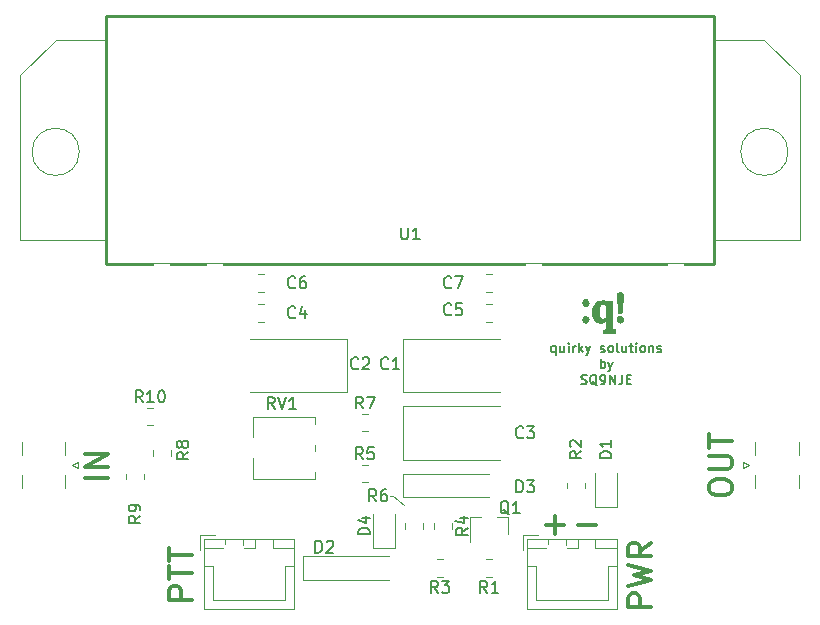
<source format=gto>
G04 #@! TF.GenerationSoftware,KiCad,Pcbnew,5.1.10-88a1d61d58~90~ubuntu21.04.1*
G04 #@! TF.CreationDate,2021-09-19T17:29:36+02:00*
G04 #@! TF.ProjectId,23cm_PA,3233636d-5f50-4412-9e6b-696361645f70,rev?*
G04 #@! TF.SameCoordinates,Original*
G04 #@! TF.FileFunction,Legend,Top*
G04 #@! TF.FilePolarity,Positive*
%FSLAX46Y46*%
G04 Gerber Fmt 4.6, Leading zero omitted, Abs format (unit mm)*
G04 Created by KiCad (PCBNEW 5.1.10-88a1d61d58~90~ubuntu21.04.1) date 2021-09-19 17:29:36*
%MOMM*%
%LPD*%
G01*
G04 APERTURE LIST*
%ADD10C,0.150000*%
%ADD11C,0.300000*%
%ADD12C,0.120000*%
%ADD13C,0.010000*%
%ADD14C,0.250000*%
%ADD15R,1.300000X1.300000*%
%ADD16R,2.000000X1.300000*%
%ADD17R,1.460000X10.000000*%
%ADD18R,3.300000X1.700000*%
%ADD19C,6.400000*%
%ADD20C,3.600000*%
%ADD21R,0.800000X0.900000*%
%ADD22R,3.600000X1.270000*%
%ADD23R,4.200000X1.350000*%
%ADD24O,1.700000X4.000000*%
G04 APERTURE END LIST*
D10*
X145320285Y-106936571D02*
X145320285Y-107736571D01*
X145320285Y-107431809D02*
X145244095Y-107469904D01*
X145091714Y-107469904D01*
X145015523Y-107431809D01*
X144977428Y-107393714D01*
X144939333Y-107317523D01*
X144939333Y-107088952D01*
X144977428Y-107012761D01*
X145015523Y-106974666D01*
X145091714Y-106936571D01*
X145244095Y-106936571D01*
X145320285Y-106974666D01*
X146044095Y-106936571D02*
X146044095Y-107469904D01*
X145701238Y-106936571D02*
X145701238Y-107355619D01*
X145739333Y-107431809D01*
X145815523Y-107469904D01*
X145929809Y-107469904D01*
X146006000Y-107431809D01*
X146044095Y-107393714D01*
X146425047Y-107469904D02*
X146425047Y-106936571D01*
X146425047Y-106669904D02*
X146386952Y-106708000D01*
X146425047Y-106746095D01*
X146463142Y-106708000D01*
X146425047Y-106669904D01*
X146425047Y-106746095D01*
X146806000Y-107469904D02*
X146806000Y-106936571D01*
X146806000Y-107088952D02*
X146844095Y-107012761D01*
X146882190Y-106974666D01*
X146958380Y-106936571D01*
X147034571Y-106936571D01*
X147301238Y-107469904D02*
X147301238Y-106669904D01*
X147377428Y-107165142D02*
X147606000Y-107469904D01*
X147606000Y-106936571D02*
X147301238Y-107241333D01*
X147872666Y-106936571D02*
X148063142Y-107469904D01*
X148253619Y-106936571D02*
X148063142Y-107469904D01*
X147986952Y-107660380D01*
X147948857Y-107698476D01*
X147872666Y-107736571D01*
X149129809Y-107431809D02*
X149206000Y-107469904D01*
X149358380Y-107469904D01*
X149434571Y-107431809D01*
X149472666Y-107355619D01*
X149472666Y-107317523D01*
X149434571Y-107241333D01*
X149358380Y-107203238D01*
X149244095Y-107203238D01*
X149167904Y-107165142D01*
X149129809Y-107088952D01*
X149129809Y-107050857D01*
X149167904Y-106974666D01*
X149244095Y-106936571D01*
X149358380Y-106936571D01*
X149434571Y-106974666D01*
X149929809Y-107469904D02*
X149853619Y-107431809D01*
X149815523Y-107393714D01*
X149777428Y-107317523D01*
X149777428Y-107088952D01*
X149815523Y-107012761D01*
X149853619Y-106974666D01*
X149929809Y-106936571D01*
X150044095Y-106936571D01*
X150120285Y-106974666D01*
X150158380Y-107012761D01*
X150196476Y-107088952D01*
X150196476Y-107317523D01*
X150158380Y-107393714D01*
X150120285Y-107431809D01*
X150044095Y-107469904D01*
X149929809Y-107469904D01*
X150653619Y-107469904D02*
X150577428Y-107431809D01*
X150539333Y-107355619D01*
X150539333Y-106669904D01*
X151301238Y-106936571D02*
X151301238Y-107469904D01*
X150958380Y-106936571D02*
X150958380Y-107355619D01*
X150996476Y-107431809D01*
X151072666Y-107469904D01*
X151186952Y-107469904D01*
X151263142Y-107431809D01*
X151301238Y-107393714D01*
X151567904Y-106936571D02*
X151872666Y-106936571D01*
X151682190Y-106669904D02*
X151682190Y-107355619D01*
X151720285Y-107431809D01*
X151796476Y-107469904D01*
X151872666Y-107469904D01*
X152139333Y-107469904D02*
X152139333Y-106936571D01*
X152139333Y-106669904D02*
X152101238Y-106708000D01*
X152139333Y-106746095D01*
X152177428Y-106708000D01*
X152139333Y-106669904D01*
X152139333Y-106746095D01*
X152634571Y-107469904D02*
X152558380Y-107431809D01*
X152520285Y-107393714D01*
X152482190Y-107317523D01*
X152482190Y-107088952D01*
X152520285Y-107012761D01*
X152558380Y-106974666D01*
X152634571Y-106936571D01*
X152748857Y-106936571D01*
X152825047Y-106974666D01*
X152863142Y-107012761D01*
X152901238Y-107088952D01*
X152901238Y-107317523D01*
X152863142Y-107393714D01*
X152825047Y-107431809D01*
X152748857Y-107469904D01*
X152634571Y-107469904D01*
X153244095Y-106936571D02*
X153244095Y-107469904D01*
X153244095Y-107012761D02*
X153282190Y-106974666D01*
X153358380Y-106936571D01*
X153472666Y-106936571D01*
X153548857Y-106974666D01*
X153586952Y-107050857D01*
X153586952Y-107469904D01*
X153929809Y-107431809D02*
X154006000Y-107469904D01*
X154158380Y-107469904D01*
X154234571Y-107431809D01*
X154272666Y-107355619D01*
X154272666Y-107317523D01*
X154234571Y-107241333D01*
X154158380Y-107203238D01*
X154044095Y-107203238D01*
X153967904Y-107165142D01*
X153929809Y-107088952D01*
X153929809Y-107050857D01*
X153967904Y-106974666D01*
X154044095Y-106936571D01*
X154158380Y-106936571D01*
X154234571Y-106974666D01*
X149129809Y-108819904D02*
X149129809Y-108019904D01*
X149129809Y-108324666D02*
X149206000Y-108286571D01*
X149358380Y-108286571D01*
X149434571Y-108324666D01*
X149472666Y-108362761D01*
X149510761Y-108438952D01*
X149510761Y-108667523D01*
X149472666Y-108743714D01*
X149434571Y-108781809D01*
X149358380Y-108819904D01*
X149206000Y-108819904D01*
X149129809Y-108781809D01*
X149777428Y-108286571D02*
X149967904Y-108819904D01*
X150158380Y-108286571D02*
X149967904Y-108819904D01*
X149891714Y-109010380D01*
X149853619Y-109048476D01*
X149777428Y-109086571D01*
X147491714Y-110131809D02*
X147606000Y-110169904D01*
X147796476Y-110169904D01*
X147872666Y-110131809D01*
X147910761Y-110093714D01*
X147948857Y-110017523D01*
X147948857Y-109941333D01*
X147910761Y-109865142D01*
X147872666Y-109827047D01*
X147796476Y-109788952D01*
X147644095Y-109750857D01*
X147567904Y-109712761D01*
X147529809Y-109674666D01*
X147491714Y-109598476D01*
X147491714Y-109522285D01*
X147529809Y-109446095D01*
X147567904Y-109408000D01*
X147644095Y-109369904D01*
X147834571Y-109369904D01*
X147948857Y-109408000D01*
X148825047Y-110246095D02*
X148748857Y-110208000D01*
X148672666Y-110131809D01*
X148558380Y-110017523D01*
X148482190Y-109979428D01*
X148406000Y-109979428D01*
X148444095Y-110169904D02*
X148367904Y-110131809D01*
X148291714Y-110055619D01*
X148253619Y-109903238D01*
X148253619Y-109636571D01*
X148291714Y-109484190D01*
X148367904Y-109408000D01*
X148444095Y-109369904D01*
X148596476Y-109369904D01*
X148672666Y-109408000D01*
X148748857Y-109484190D01*
X148786952Y-109636571D01*
X148786952Y-109903238D01*
X148748857Y-110055619D01*
X148672666Y-110131809D01*
X148596476Y-110169904D01*
X148444095Y-110169904D01*
X149167904Y-110169904D02*
X149320285Y-110169904D01*
X149396476Y-110131809D01*
X149434571Y-110093714D01*
X149510761Y-109979428D01*
X149548857Y-109827047D01*
X149548857Y-109522285D01*
X149510761Y-109446095D01*
X149472666Y-109408000D01*
X149396476Y-109369904D01*
X149244095Y-109369904D01*
X149167904Y-109408000D01*
X149129809Y-109446095D01*
X149091714Y-109522285D01*
X149091714Y-109712761D01*
X149129809Y-109788952D01*
X149167904Y-109827047D01*
X149244095Y-109865142D01*
X149396476Y-109865142D01*
X149472666Y-109827047D01*
X149510761Y-109788952D01*
X149548857Y-109712761D01*
X149891714Y-110169904D02*
X149891714Y-109369904D01*
X150348857Y-110169904D01*
X150348857Y-109369904D01*
X150958380Y-109369904D02*
X150958380Y-109941333D01*
X150920285Y-110055619D01*
X150844095Y-110131809D01*
X150729809Y-110169904D01*
X150653619Y-110169904D01*
X151339333Y-109750857D02*
X151606000Y-109750857D01*
X151720285Y-110169904D02*
X151339333Y-110169904D01*
X151339333Y-109369904D01*
X151720285Y-109369904D01*
D11*
X147193095Y-122062857D02*
X148716904Y-122062857D01*
X144526095Y-122062857D02*
X146049904Y-122062857D01*
X145288000Y-122824761D02*
X145288000Y-121300952D01*
X153431761Y-129031666D02*
X151431761Y-129031666D01*
X151431761Y-128269761D01*
X151527000Y-128079285D01*
X151622238Y-127984047D01*
X151812714Y-127888809D01*
X152098428Y-127888809D01*
X152288904Y-127984047D01*
X152384142Y-128079285D01*
X152479380Y-128269761D01*
X152479380Y-129031666D01*
X151431761Y-127222142D02*
X153431761Y-126745952D01*
X152003190Y-126365000D01*
X153431761Y-125984047D01*
X151431761Y-125507857D01*
X153431761Y-123603095D02*
X152479380Y-124269761D01*
X153431761Y-124745952D02*
X151431761Y-124745952D01*
X151431761Y-123984047D01*
X151527000Y-123793571D01*
X151622238Y-123698333D01*
X151812714Y-123603095D01*
X152098428Y-123603095D01*
X152288904Y-123698333D01*
X152384142Y-123793571D01*
X152479380Y-123984047D01*
X152479380Y-124745952D01*
X114569761Y-128412619D02*
X112569761Y-128412619D01*
X112569761Y-127650714D01*
X112665000Y-127460238D01*
X112760238Y-127365000D01*
X112950714Y-127269761D01*
X113236428Y-127269761D01*
X113426904Y-127365000D01*
X113522142Y-127460238D01*
X113617380Y-127650714D01*
X113617380Y-128412619D01*
X112569761Y-126698333D02*
X112569761Y-125555476D01*
X114569761Y-126126904D02*
X112569761Y-126126904D01*
X112569761Y-125174523D02*
X112569761Y-124031666D01*
X114569761Y-124603095D02*
X112569761Y-124603095D01*
X107457761Y-118141619D02*
X105457761Y-118141619D01*
X107457761Y-117189238D02*
X105457761Y-117189238D01*
X107457761Y-116046380D01*
X105457761Y-116046380D01*
X158289761Y-119094000D02*
X158289761Y-118713047D01*
X158385000Y-118522571D01*
X158575476Y-118332095D01*
X158956428Y-118236857D01*
X159623095Y-118236857D01*
X160004047Y-118332095D01*
X160194523Y-118522571D01*
X160289761Y-118713047D01*
X160289761Y-119094000D01*
X160194523Y-119284476D01*
X160004047Y-119474952D01*
X159623095Y-119570190D01*
X158956428Y-119570190D01*
X158575476Y-119474952D01*
X158385000Y-119284476D01*
X158289761Y-119094000D01*
X158289761Y-117379714D02*
X159908809Y-117379714D01*
X160099285Y-117284476D01*
X160194523Y-117189238D01*
X160289761Y-116998761D01*
X160289761Y-116617809D01*
X160194523Y-116427333D01*
X160099285Y-116332095D01*
X159908809Y-116236857D01*
X158289761Y-116236857D01*
X158289761Y-115570190D02*
X158289761Y-114427333D01*
X160289761Y-114998761D02*
X158289761Y-114998761D01*
D12*
X131572000Y-119634000D02*
X131318000Y-119634000D01*
X131572000Y-119634000D02*
X132461000Y-120396000D01*
D13*
G36*
X147952309Y-102999310D02*
G01*
X148024532Y-103045079D01*
X148079180Y-103112578D01*
X148112330Y-103195075D01*
X148120059Y-103285834D01*
X148098443Y-103378122D01*
X148043559Y-103465205D01*
X148042566Y-103466322D01*
X147971785Y-103517264D01*
X147882501Y-103542711D01*
X147790640Y-103540365D01*
X147719474Y-103512948D01*
X147647298Y-103444188D01*
X147605993Y-103357351D01*
X147594608Y-103261944D01*
X147612189Y-103167473D01*
X147657787Y-103083443D01*
X147730450Y-103019361D01*
X147770831Y-102999903D01*
X147866434Y-102982007D01*
X147952309Y-102999310D01*
G37*
X147952309Y-102999310D02*
X148024532Y-103045079D01*
X148079180Y-103112578D01*
X148112330Y-103195075D01*
X148120059Y-103285834D01*
X148098443Y-103378122D01*
X148043559Y-103465205D01*
X148042566Y-103466322D01*
X147971785Y-103517264D01*
X147882501Y-103542711D01*
X147790640Y-103540365D01*
X147719474Y-103512948D01*
X147647298Y-103444188D01*
X147605993Y-103357351D01*
X147594608Y-103261944D01*
X147612189Y-103167473D01*
X147657787Y-103083443D01*
X147730450Y-103019361D01*
X147770831Y-102999903D01*
X147866434Y-102982007D01*
X147952309Y-102999310D01*
G36*
X150887315Y-102394690D02*
G01*
X150957010Y-102447812D01*
X150984972Y-102488669D01*
X150999544Y-102520193D01*
X151010511Y-102556179D01*
X151017808Y-102601052D01*
X151021367Y-102659238D01*
X151021121Y-102735162D01*
X151017003Y-102833251D01*
X151008947Y-102957930D01*
X150996884Y-103113625D01*
X150980749Y-103304762D01*
X150970919Y-103417448D01*
X150953805Y-103614920D01*
X150940007Y-103774323D01*
X150928431Y-103899690D01*
X150917984Y-103995056D01*
X150907572Y-104064455D01*
X150896100Y-104111921D01*
X150882474Y-104141487D01*
X150865600Y-104157187D01*
X150844384Y-104163056D01*
X150817733Y-104163127D01*
X150784551Y-104161434D01*
X150769207Y-104161166D01*
X150702450Y-104158744D01*
X150656646Y-104152452D01*
X150642881Y-104145291D01*
X150640886Y-104121064D01*
X150635367Y-104059868D01*
X150626803Y-103966881D01*
X150615675Y-103847277D01*
X150602465Y-103706232D01*
X150587652Y-103548921D01*
X150579499Y-103462666D01*
X150559222Y-103246378D01*
X150543135Y-103067985D01*
X150531171Y-102923260D01*
X150523264Y-102807981D01*
X150519347Y-102717921D01*
X150519353Y-102648857D01*
X150523217Y-102596563D01*
X150530870Y-102556815D01*
X150542248Y-102525388D01*
X150557283Y-102498057D01*
X150564128Y-102487590D01*
X150631899Y-102418507D01*
X150714917Y-102380012D01*
X150803336Y-102372082D01*
X150887315Y-102394690D01*
G37*
X150887315Y-102394690D02*
X150957010Y-102447812D01*
X150984972Y-102488669D01*
X150999544Y-102520193D01*
X151010511Y-102556179D01*
X151017808Y-102601052D01*
X151021367Y-102659238D01*
X151021121Y-102735162D01*
X151017003Y-102833251D01*
X151008947Y-102957930D01*
X150996884Y-103113625D01*
X150980749Y-103304762D01*
X150970919Y-103417448D01*
X150953805Y-103614920D01*
X150940007Y-103774323D01*
X150928431Y-103899690D01*
X150917984Y-103995056D01*
X150907572Y-104064455D01*
X150896100Y-104111921D01*
X150882474Y-104141487D01*
X150865600Y-104157187D01*
X150844384Y-104163056D01*
X150817733Y-104163127D01*
X150784551Y-104161434D01*
X150769207Y-104161166D01*
X150702450Y-104158744D01*
X150656646Y-104152452D01*
X150642881Y-104145291D01*
X150640886Y-104121064D01*
X150635367Y-104059868D01*
X150626803Y-103966881D01*
X150615675Y-103847277D01*
X150602465Y-103706232D01*
X150587652Y-103548921D01*
X150579499Y-103462666D01*
X150559222Y-103246378D01*
X150543135Y-103067985D01*
X150531171Y-102923260D01*
X150523264Y-102807981D01*
X150519347Y-102717921D01*
X150519353Y-102648857D01*
X150523217Y-102596563D01*
X150530870Y-102556815D01*
X150542248Y-102525388D01*
X150557283Y-102498057D01*
X150564128Y-102487590D01*
X150631899Y-102418507D01*
X150714917Y-102380012D01*
X150803336Y-102372082D01*
X150887315Y-102394690D01*
G36*
X150821038Y-104403786D02*
G01*
X150899496Y-104436293D01*
X150964426Y-104496102D01*
X151009297Y-104579934D01*
X151027580Y-104684509D01*
X151025935Y-104731978D01*
X150998398Y-104824238D01*
X150940392Y-104896730D01*
X150861004Y-104944755D01*
X150769326Y-104963617D01*
X150674445Y-104948620D01*
X150638141Y-104932365D01*
X150574313Y-104875519D01*
X150532336Y-104793573D01*
X150514163Y-104698789D01*
X150521745Y-104603432D01*
X150557033Y-104519767D01*
X150569776Y-104502870D01*
X150649648Y-104433795D01*
X150735579Y-104401860D01*
X150821038Y-104403786D01*
G37*
X150821038Y-104403786D02*
X150899496Y-104436293D01*
X150964426Y-104496102D01*
X151009297Y-104579934D01*
X151027580Y-104684509D01*
X151025935Y-104731978D01*
X150998398Y-104824238D01*
X150940392Y-104896730D01*
X150861004Y-104944755D01*
X150769326Y-104963617D01*
X150674445Y-104948620D01*
X150638141Y-104932365D01*
X150574313Y-104875519D01*
X150532336Y-104793573D01*
X150514163Y-104698789D01*
X150521745Y-104603432D01*
X150557033Y-104519767D01*
X150569776Y-104502870D01*
X150649648Y-104433795D01*
X150735579Y-104401860D01*
X150821038Y-104403786D01*
G36*
X147938320Y-104415746D02*
G01*
X148011453Y-104458342D01*
X148068402Y-104522678D01*
X148105593Y-104602008D01*
X148119451Y-104689586D01*
X148106403Y-104778666D01*
X148062873Y-104862499D01*
X148016493Y-104911023D01*
X147937314Y-104952653D01*
X147843161Y-104965756D01*
X147751706Y-104948758D01*
X147726183Y-104936864D01*
X147654404Y-104875271D01*
X147611076Y-104792716D01*
X147595594Y-104699025D01*
X147607354Y-104604026D01*
X147645753Y-104517545D01*
X147710184Y-104449407D01*
X147757801Y-104422762D01*
X147852578Y-104401638D01*
X147938320Y-104415746D01*
G37*
X147938320Y-104415746D02*
X148011453Y-104458342D01*
X148068402Y-104522678D01*
X148105593Y-104602008D01*
X148119451Y-104689586D01*
X148106403Y-104778666D01*
X148062873Y-104862499D01*
X148016493Y-104911023D01*
X147937314Y-104952653D01*
X147843161Y-104965756D01*
X147751706Y-104948758D01*
X147726183Y-104936864D01*
X147654404Y-104875271D01*
X147611076Y-104792716D01*
X147595594Y-104699025D01*
X147607354Y-104604026D01*
X147645753Y-104517545D01*
X147710184Y-104449407D01*
X147757801Y-104422762D01*
X147852578Y-104401638D01*
X147938320Y-104415746D01*
G36*
X149476160Y-103089435D02*
G01*
X149598471Y-103111334D01*
X149710462Y-103135552D01*
X149797165Y-103144110D01*
X149853329Y-103136764D01*
X149870583Y-103123999D01*
X149897432Y-103112269D01*
X149952615Y-103104582D01*
X149999801Y-103102833D01*
X150115937Y-103102833D01*
X150109677Y-104319487D01*
X150103416Y-105536142D01*
X150325666Y-105510004D01*
X150325666Y-105812166D01*
X149373166Y-105812166D01*
X149373166Y-105685166D01*
X149374364Y-105614722D01*
X149380590Y-105576684D01*
X149395792Y-105561137D01*
X149423738Y-105558166D01*
X149477328Y-105544981D01*
X149524280Y-105517750D01*
X149542875Y-105500940D01*
X149556347Y-105480744D01*
X149565697Y-105450374D01*
X149571923Y-105403040D01*
X149576026Y-105331951D01*
X149579006Y-105230318D01*
X149581062Y-105132093D01*
X149583378Y-105004490D01*
X149584125Y-104913798D01*
X149582749Y-104854606D01*
X149578699Y-104821504D01*
X149571424Y-104809081D01*
X149560372Y-104811928D01*
X149549312Y-104820793D01*
X149448994Y-104885754D01*
X149322502Y-104933139D01*
X149183331Y-104960154D01*
X149044976Y-104964004D01*
X148938924Y-104947200D01*
X148793918Y-104886609D01*
X148666222Y-104790093D01*
X148559978Y-104661960D01*
X148479325Y-104506520D01*
X148458054Y-104446916D01*
X148428071Y-104315233D01*
X148412272Y-104162416D01*
X148410619Y-104002678D01*
X148412343Y-103981566D01*
X148960671Y-103981566D01*
X148960679Y-103991833D01*
X148961540Y-104111849D01*
X148964692Y-104199322D01*
X148971372Y-104264026D01*
X148982820Y-104315738D01*
X149000273Y-104364234D01*
X149010977Y-104388862D01*
X149053856Y-104465504D01*
X149107361Y-104536796D01*
X149135823Y-104565826D01*
X149185189Y-104604797D01*
X149228734Y-104622501D01*
X149285785Y-104624794D01*
X149322123Y-104622265D01*
X149426343Y-104601249D01*
X149509223Y-104555349D01*
X149584833Y-104497678D01*
X149584754Y-104017214D01*
X149584477Y-103860909D01*
X149583402Y-103741019D01*
X149581072Y-103651628D01*
X149577032Y-103586819D01*
X149570826Y-103540675D01*
X149561999Y-103507279D01*
X149550094Y-103480715D01*
X149542411Y-103467430D01*
X149484607Y-103401960D01*
X149405643Y-103366356D01*
X149311418Y-103356833D01*
X149211284Y-103376654D01*
X149123317Y-103436398D01*
X149046973Y-103536486D01*
X149023916Y-103579083D01*
X148998235Y-103632424D01*
X148980620Y-103678140D01*
X148969564Y-103726071D01*
X148963559Y-103786058D01*
X148961097Y-103867943D01*
X148960671Y-103981566D01*
X148412343Y-103981566D01*
X148423071Y-103850234D01*
X148449590Y-103719295D01*
X148460183Y-103686608D01*
X148545210Y-103500323D01*
X148653754Y-103348306D01*
X148787598Y-103228497D01*
X148924959Y-103149343D01*
X149037817Y-103112216D01*
X149176709Y-103089325D01*
X149327527Y-103081466D01*
X149476160Y-103089435D01*
G37*
X149476160Y-103089435D02*
X149598471Y-103111334D01*
X149710462Y-103135552D01*
X149797165Y-103144110D01*
X149853329Y-103136764D01*
X149870583Y-103123999D01*
X149897432Y-103112269D01*
X149952615Y-103104582D01*
X149999801Y-103102833D01*
X150115937Y-103102833D01*
X150109677Y-104319487D01*
X150103416Y-105536142D01*
X150325666Y-105510004D01*
X150325666Y-105812166D01*
X149373166Y-105812166D01*
X149373166Y-105685166D01*
X149374364Y-105614722D01*
X149380590Y-105576684D01*
X149395792Y-105561137D01*
X149423738Y-105558166D01*
X149477328Y-105544981D01*
X149524280Y-105517750D01*
X149542875Y-105500940D01*
X149556347Y-105480744D01*
X149565697Y-105450374D01*
X149571923Y-105403040D01*
X149576026Y-105331951D01*
X149579006Y-105230318D01*
X149581062Y-105132093D01*
X149583378Y-105004490D01*
X149584125Y-104913798D01*
X149582749Y-104854606D01*
X149578699Y-104821504D01*
X149571424Y-104809081D01*
X149560372Y-104811928D01*
X149549312Y-104820793D01*
X149448994Y-104885754D01*
X149322502Y-104933139D01*
X149183331Y-104960154D01*
X149044976Y-104964004D01*
X148938924Y-104947200D01*
X148793918Y-104886609D01*
X148666222Y-104790093D01*
X148559978Y-104661960D01*
X148479325Y-104506520D01*
X148458054Y-104446916D01*
X148428071Y-104315233D01*
X148412272Y-104162416D01*
X148410619Y-104002678D01*
X148412343Y-103981566D01*
X148960671Y-103981566D01*
X148960679Y-103991833D01*
X148961540Y-104111849D01*
X148964692Y-104199322D01*
X148971372Y-104264026D01*
X148982820Y-104315738D01*
X149000273Y-104364234D01*
X149010977Y-104388862D01*
X149053856Y-104465504D01*
X149107361Y-104536796D01*
X149135823Y-104565826D01*
X149185189Y-104604797D01*
X149228734Y-104622501D01*
X149285785Y-104624794D01*
X149322123Y-104622265D01*
X149426343Y-104601249D01*
X149509223Y-104555349D01*
X149584833Y-104497678D01*
X149584754Y-104017214D01*
X149584477Y-103860909D01*
X149583402Y-103741019D01*
X149581072Y-103651628D01*
X149577032Y-103586819D01*
X149570826Y-103540675D01*
X149561999Y-103507279D01*
X149550094Y-103480715D01*
X149542411Y-103467430D01*
X149484607Y-103401960D01*
X149405643Y-103366356D01*
X149311418Y-103356833D01*
X149211284Y-103376654D01*
X149123317Y-103436398D01*
X149046973Y-103536486D01*
X149023916Y-103579083D01*
X148998235Y-103632424D01*
X148980620Y-103678140D01*
X148969564Y-103726071D01*
X148963559Y-103786058D01*
X148961097Y-103867943D01*
X148960671Y-103981566D01*
X148412343Y-103981566D01*
X148423071Y-103850234D01*
X148449590Y-103719295D01*
X148460183Y-103686608D01*
X148545210Y-103500323D01*
X148653754Y-103348306D01*
X148787598Y-103228497D01*
X148924959Y-103149343D01*
X149037817Y-103112216D01*
X149176709Y-103089325D01*
X149327527Y-103081466D01*
X149476160Y-103089435D01*
D12*
X119681000Y-112950000D02*
X124921000Y-112950000D01*
X119681000Y-118190000D02*
X124921000Y-118190000D01*
X119681000Y-112950000D02*
X119681000Y-114680000D01*
X119681000Y-116460000D02*
X119681000Y-118190000D01*
X124921000Y-112950000D02*
X124921000Y-113531000D01*
X124921000Y-115310000D02*
X124921000Y-115830000D01*
X124921000Y-117610000D02*
X124921000Y-118190000D01*
D14*
X107250000Y-100000000D02*
X158750000Y-100000000D01*
X158750000Y-100000000D02*
X158750000Y-79000000D01*
X107250000Y-79000000D02*
X158750000Y-79000000D01*
X107250000Y-79000000D02*
X107250000Y-100000000D01*
D12*
X105000000Y-90500000D02*
G75*
G03*
X105000000Y-90500000I-2000000J0D01*
G01*
X165000000Y-90500000D02*
G75*
G03*
X165000000Y-90500000I-2000000J0D01*
G01*
X107250000Y-98000000D02*
X100000000Y-98000000D01*
X100000000Y-98000000D02*
X100000000Y-84000000D01*
X103000000Y-81000000D02*
X107250000Y-81000000D01*
X158750000Y-98000000D02*
X166000000Y-98000000D01*
X166000000Y-98000000D02*
X166000000Y-84000000D01*
X163000000Y-81000000D02*
X158750000Y-81000000D01*
X100000000Y-84000000D02*
X103000000Y-81000000D01*
X166000000Y-84000000D02*
X163000000Y-81000000D01*
X139730000Y-117745000D02*
X132430000Y-117745000D01*
X132430000Y-117745000D02*
X132430000Y-119745000D01*
X132430000Y-119745000D02*
X139730000Y-119745000D01*
X111227064Y-113638000D02*
X110772936Y-113638000D01*
X111227064Y-112168000D02*
X110772936Y-112168000D01*
X110463000Y-117772936D02*
X110463000Y-118227064D01*
X108993000Y-117772936D02*
X108993000Y-118227064D01*
X112735000Y-115772936D02*
X112735000Y-116227064D01*
X111265000Y-115772936D02*
X111265000Y-116227064D01*
X128947936Y-112685000D02*
X129402064Y-112685000D01*
X128947936Y-114155000D02*
X129402064Y-114155000D01*
X134085000Y-121946936D02*
X134085000Y-122401064D01*
X132615000Y-121946936D02*
X132615000Y-122401064D01*
X129402064Y-118455000D02*
X128947936Y-118455000D01*
X129402064Y-116985000D02*
X128947936Y-116985000D01*
X136525000Y-121946936D02*
X136525000Y-122401064D01*
X135055000Y-121946936D02*
X135055000Y-122401064D01*
X135752064Y-126465000D02*
X135297936Y-126465000D01*
X135752064Y-124995000D02*
X135297936Y-124995000D01*
X146331000Y-118972064D02*
X146331000Y-118517936D01*
X147801000Y-118972064D02*
X147801000Y-118517936D01*
X139927064Y-126465000D02*
X139472936Y-126465000D01*
X139927064Y-124995000D02*
X139472936Y-124995000D01*
X141280000Y-121414000D02*
X140350000Y-121414000D01*
X138120000Y-121414000D02*
X139050000Y-121414000D01*
X138120000Y-121414000D02*
X138120000Y-123574000D01*
X141280000Y-121414000D02*
X141280000Y-122874000D01*
X104868000Y-116750000D02*
X104368000Y-117000000D01*
X104868000Y-117250000D02*
X104868000Y-116750000D01*
X104368000Y-117000000D02*
X104868000Y-117250000D01*
X100108000Y-115050000D02*
X100108000Y-116160000D01*
X100108000Y-117840000D02*
X100108000Y-118950000D01*
X103818000Y-115050000D02*
X103818000Y-116160000D01*
X103818000Y-117840000D02*
X103818000Y-118950000D01*
X161197000Y-117250000D02*
X161697000Y-117000000D01*
X161197000Y-116750000D02*
X161197000Y-117250000D01*
X161697000Y-117000000D02*
X161197000Y-116750000D01*
X165957000Y-118950000D02*
X165957000Y-117840000D01*
X165957000Y-116160000D02*
X165957000Y-115050000D01*
X162247000Y-118950000D02*
X162247000Y-117840000D01*
X162247000Y-116160000D02*
X162247000Y-115050000D01*
X142895000Y-123270000D02*
X142895000Y-129240000D01*
X142895000Y-129240000D02*
X150515000Y-129240000D01*
X150515000Y-129240000D02*
X150515000Y-123270000D01*
X150515000Y-123270000D02*
X142895000Y-123270000D01*
X146205000Y-123280000D02*
X146205000Y-124030000D01*
X146205000Y-124030000D02*
X147205000Y-124030000D01*
X147205000Y-124030000D02*
X147205000Y-123280000D01*
X147205000Y-123280000D02*
X146205000Y-123280000D01*
X142905000Y-123280000D02*
X142905000Y-124030000D01*
X142905000Y-124030000D02*
X144705000Y-124030000D01*
X144705000Y-124030000D02*
X144705000Y-123280000D01*
X144705000Y-123280000D02*
X142905000Y-123280000D01*
X148705000Y-123280000D02*
X148705000Y-124030000D01*
X148705000Y-124030000D02*
X150505000Y-124030000D01*
X150505000Y-124030000D02*
X150505000Y-123280000D01*
X150505000Y-123280000D02*
X148705000Y-123280000D01*
X142905000Y-125530000D02*
X143655000Y-125530000D01*
X143655000Y-125530000D02*
X143655000Y-128480000D01*
X143655000Y-128480000D02*
X146705000Y-128480000D01*
X150505000Y-125530000D02*
X149755000Y-125530000D01*
X149755000Y-125530000D02*
X149755000Y-128480000D01*
X149755000Y-128480000D02*
X146705000Y-128480000D01*
X143855000Y-122980000D02*
X142605000Y-122980000D01*
X142605000Y-122980000D02*
X142605000Y-124230000D01*
X115550000Y-123270000D02*
X115550000Y-129240000D01*
X115550000Y-129240000D02*
X123170000Y-129240000D01*
X123170000Y-129240000D02*
X123170000Y-123270000D01*
X123170000Y-123270000D02*
X115550000Y-123270000D01*
X118860000Y-123280000D02*
X118860000Y-124030000D01*
X118860000Y-124030000D02*
X119860000Y-124030000D01*
X119860000Y-124030000D02*
X119860000Y-123280000D01*
X119860000Y-123280000D02*
X118860000Y-123280000D01*
X115560000Y-123280000D02*
X115560000Y-124030000D01*
X115560000Y-124030000D02*
X117360000Y-124030000D01*
X117360000Y-124030000D02*
X117360000Y-123280000D01*
X117360000Y-123280000D02*
X115560000Y-123280000D01*
X121360000Y-123280000D02*
X121360000Y-124030000D01*
X121360000Y-124030000D02*
X123160000Y-124030000D01*
X123160000Y-124030000D02*
X123160000Y-123280000D01*
X123160000Y-123280000D02*
X121360000Y-123280000D01*
X115560000Y-125530000D02*
X116310000Y-125530000D01*
X116310000Y-125530000D02*
X116310000Y-128480000D01*
X116310000Y-128480000D02*
X119360000Y-128480000D01*
X123160000Y-125530000D02*
X122410000Y-125530000D01*
X122410000Y-125530000D02*
X122410000Y-128480000D01*
X122410000Y-128480000D02*
X119360000Y-128480000D01*
X116510000Y-122980000D02*
X115260000Y-122980000D01*
X115260000Y-122980000D02*
X115260000Y-124230000D01*
X129850000Y-121151500D02*
X129850000Y-124011500D01*
X129850000Y-124011500D02*
X131770000Y-124011500D01*
X131770000Y-124011500D02*
X131770000Y-121151500D01*
X131230000Y-124730000D02*
X123930000Y-124730000D01*
X123930000Y-124730000D02*
X123930000Y-126730000D01*
X123930000Y-126730000D02*
X131230000Y-126730000D01*
X148646000Y-117722500D02*
X148646000Y-120582500D01*
X148646000Y-120582500D02*
X150566000Y-120582500D01*
X150566000Y-120582500D02*
X150566000Y-117722500D01*
X139438748Y-100865000D02*
X139961252Y-100865000D01*
X139438748Y-102335000D02*
X139961252Y-102335000D01*
X120113248Y-100865000D02*
X120635752Y-100865000D01*
X120113248Y-102335000D02*
X120635752Y-102335000D01*
X139438748Y-103405000D02*
X139961252Y-103405000D01*
X139438748Y-104875000D02*
X139961252Y-104875000D01*
X120113248Y-103405000D02*
X120635752Y-103405000D01*
X120113248Y-104875000D02*
X120635752Y-104875000D01*
X140650000Y-112040000D02*
X132415000Y-112040000D01*
X132415000Y-112040000D02*
X132415000Y-116560000D01*
X132415000Y-116560000D02*
X140650000Y-116560000D01*
X119424500Y-110845000D02*
X127659500Y-110845000D01*
X127659500Y-110845000D02*
X127659500Y-106325000D01*
X127659500Y-106325000D02*
X119424500Y-106325000D01*
X140650000Y-106325000D02*
X132415000Y-106325000D01*
X132415000Y-106325000D02*
X132415000Y-110845000D01*
X132415000Y-110845000D02*
X140650000Y-110845000D01*
D10*
X121530761Y-112272380D02*
X121197428Y-111796190D01*
X120959333Y-112272380D02*
X120959333Y-111272380D01*
X121340285Y-111272380D01*
X121435523Y-111320000D01*
X121483142Y-111367619D01*
X121530761Y-111462857D01*
X121530761Y-111605714D01*
X121483142Y-111700952D01*
X121435523Y-111748571D01*
X121340285Y-111796190D01*
X120959333Y-111796190D01*
X121816476Y-111272380D02*
X122149809Y-112272380D01*
X122483142Y-111272380D01*
X123340285Y-112272380D02*
X122768857Y-112272380D01*
X123054571Y-112272380D02*
X123054571Y-111272380D01*
X122959333Y-111415238D01*
X122864095Y-111510476D01*
X122768857Y-111558095D01*
X132238095Y-96912380D02*
X132238095Y-97721904D01*
X132285714Y-97817142D01*
X132333333Y-97864761D01*
X132428571Y-97912380D01*
X132619047Y-97912380D01*
X132714285Y-97864761D01*
X132761904Y-97817142D01*
X132809523Y-97721904D01*
X132809523Y-96912380D01*
X133809523Y-97912380D02*
X133238095Y-97912380D01*
X133523809Y-97912380D02*
X133523809Y-96912380D01*
X133428571Y-97055238D01*
X133333333Y-97150476D01*
X133238095Y-97198095D01*
X142009904Y-119324380D02*
X142009904Y-118324380D01*
X142248000Y-118324380D01*
X142390857Y-118372000D01*
X142486095Y-118467238D01*
X142533714Y-118562476D01*
X142581333Y-118752952D01*
X142581333Y-118895809D01*
X142533714Y-119086285D01*
X142486095Y-119181523D01*
X142390857Y-119276761D01*
X142248000Y-119324380D01*
X142009904Y-119324380D01*
X142914666Y-118324380D02*
X143533714Y-118324380D01*
X143200380Y-118705333D01*
X143343238Y-118705333D01*
X143438476Y-118752952D01*
X143486095Y-118800571D01*
X143533714Y-118895809D01*
X143533714Y-119133904D01*
X143486095Y-119229142D01*
X143438476Y-119276761D01*
X143343238Y-119324380D01*
X143057523Y-119324380D01*
X142962285Y-119276761D01*
X142914666Y-119229142D01*
X110355142Y-111704380D02*
X110021809Y-111228190D01*
X109783714Y-111704380D02*
X109783714Y-110704380D01*
X110164666Y-110704380D01*
X110259904Y-110752000D01*
X110307523Y-110799619D01*
X110355142Y-110894857D01*
X110355142Y-111037714D01*
X110307523Y-111132952D01*
X110259904Y-111180571D01*
X110164666Y-111228190D01*
X109783714Y-111228190D01*
X111307523Y-111704380D02*
X110736095Y-111704380D01*
X111021809Y-111704380D02*
X111021809Y-110704380D01*
X110926571Y-110847238D01*
X110831333Y-110942476D01*
X110736095Y-110990095D01*
X111926571Y-110704380D02*
X112021809Y-110704380D01*
X112117047Y-110752000D01*
X112164666Y-110799619D01*
X112212285Y-110894857D01*
X112259904Y-111085333D01*
X112259904Y-111323428D01*
X112212285Y-111513904D01*
X112164666Y-111609142D01*
X112117047Y-111656761D01*
X112021809Y-111704380D01*
X111926571Y-111704380D01*
X111831333Y-111656761D01*
X111783714Y-111609142D01*
X111736095Y-111513904D01*
X111688476Y-111323428D01*
X111688476Y-111085333D01*
X111736095Y-110894857D01*
X111783714Y-110799619D01*
X111831333Y-110752000D01*
X111926571Y-110704380D01*
X110180380Y-121324666D02*
X109704190Y-121658000D01*
X110180380Y-121896095D02*
X109180380Y-121896095D01*
X109180380Y-121515142D01*
X109228000Y-121419904D01*
X109275619Y-121372285D01*
X109370857Y-121324666D01*
X109513714Y-121324666D01*
X109608952Y-121372285D01*
X109656571Y-121419904D01*
X109704190Y-121515142D01*
X109704190Y-121896095D01*
X110180380Y-120848476D02*
X110180380Y-120658000D01*
X110132761Y-120562761D01*
X110085142Y-120515142D01*
X109942285Y-120419904D01*
X109751809Y-120372285D01*
X109370857Y-120372285D01*
X109275619Y-120419904D01*
X109228000Y-120467523D01*
X109180380Y-120562761D01*
X109180380Y-120753238D01*
X109228000Y-120848476D01*
X109275619Y-120896095D01*
X109370857Y-120943714D01*
X109608952Y-120943714D01*
X109704190Y-120896095D01*
X109751809Y-120848476D01*
X109799428Y-120753238D01*
X109799428Y-120562761D01*
X109751809Y-120467523D01*
X109704190Y-120419904D01*
X109608952Y-120372285D01*
X114244380Y-115928666D02*
X113768190Y-116262000D01*
X114244380Y-116500095D02*
X113244380Y-116500095D01*
X113244380Y-116119142D01*
X113292000Y-116023904D01*
X113339619Y-115976285D01*
X113434857Y-115928666D01*
X113577714Y-115928666D01*
X113672952Y-115976285D01*
X113720571Y-116023904D01*
X113768190Y-116119142D01*
X113768190Y-116500095D01*
X113672952Y-115357238D02*
X113625333Y-115452476D01*
X113577714Y-115500095D01*
X113482476Y-115547714D01*
X113434857Y-115547714D01*
X113339619Y-115500095D01*
X113292000Y-115452476D01*
X113244380Y-115357238D01*
X113244380Y-115166761D01*
X113292000Y-115071523D01*
X113339619Y-115023904D01*
X113434857Y-114976285D01*
X113482476Y-114976285D01*
X113577714Y-115023904D01*
X113625333Y-115071523D01*
X113672952Y-115166761D01*
X113672952Y-115357238D01*
X113720571Y-115452476D01*
X113768190Y-115500095D01*
X113863428Y-115547714D01*
X114053904Y-115547714D01*
X114149142Y-115500095D01*
X114196761Y-115452476D01*
X114244380Y-115357238D01*
X114244380Y-115166761D01*
X114196761Y-115071523D01*
X114149142Y-115023904D01*
X114053904Y-114976285D01*
X113863428Y-114976285D01*
X113768190Y-115023904D01*
X113720571Y-115071523D01*
X113672952Y-115166761D01*
X129008333Y-112222380D02*
X128675000Y-111746190D01*
X128436904Y-112222380D02*
X128436904Y-111222380D01*
X128817857Y-111222380D01*
X128913095Y-111270000D01*
X128960714Y-111317619D01*
X129008333Y-111412857D01*
X129008333Y-111555714D01*
X128960714Y-111650952D01*
X128913095Y-111698571D01*
X128817857Y-111746190D01*
X128436904Y-111746190D01*
X129341666Y-111222380D02*
X130008333Y-111222380D01*
X129579761Y-112222380D01*
X130135333Y-120086380D02*
X129802000Y-119610190D01*
X129563904Y-120086380D02*
X129563904Y-119086380D01*
X129944857Y-119086380D01*
X130040095Y-119134000D01*
X130087714Y-119181619D01*
X130135333Y-119276857D01*
X130135333Y-119419714D01*
X130087714Y-119514952D01*
X130040095Y-119562571D01*
X129944857Y-119610190D01*
X129563904Y-119610190D01*
X130992476Y-119086380D02*
X130802000Y-119086380D01*
X130706761Y-119134000D01*
X130659142Y-119181619D01*
X130563904Y-119324476D01*
X130516285Y-119514952D01*
X130516285Y-119895904D01*
X130563904Y-119991142D01*
X130611523Y-120038761D01*
X130706761Y-120086380D01*
X130897238Y-120086380D01*
X130992476Y-120038761D01*
X131040095Y-119991142D01*
X131087714Y-119895904D01*
X131087714Y-119657809D01*
X131040095Y-119562571D01*
X130992476Y-119514952D01*
X130897238Y-119467333D01*
X130706761Y-119467333D01*
X130611523Y-119514952D01*
X130563904Y-119562571D01*
X130516285Y-119657809D01*
X129008333Y-116530380D02*
X128675000Y-116054190D01*
X128436904Y-116530380D02*
X128436904Y-115530380D01*
X128817857Y-115530380D01*
X128913095Y-115578000D01*
X128960714Y-115625619D01*
X129008333Y-115720857D01*
X129008333Y-115863714D01*
X128960714Y-115958952D01*
X128913095Y-116006571D01*
X128817857Y-116054190D01*
X128436904Y-116054190D01*
X129913095Y-115530380D02*
X129436904Y-115530380D01*
X129389285Y-116006571D01*
X129436904Y-115958952D01*
X129532142Y-115911333D01*
X129770238Y-115911333D01*
X129865476Y-115958952D01*
X129913095Y-116006571D01*
X129960714Y-116101809D01*
X129960714Y-116339904D01*
X129913095Y-116435142D01*
X129865476Y-116482761D01*
X129770238Y-116530380D01*
X129532142Y-116530380D01*
X129436904Y-116482761D01*
X129389285Y-116435142D01*
X137892380Y-122340666D02*
X137416190Y-122674000D01*
X137892380Y-122912095D02*
X136892380Y-122912095D01*
X136892380Y-122531142D01*
X136940000Y-122435904D01*
X136987619Y-122388285D01*
X137082857Y-122340666D01*
X137225714Y-122340666D01*
X137320952Y-122388285D01*
X137368571Y-122435904D01*
X137416190Y-122531142D01*
X137416190Y-122912095D01*
X137225714Y-121483523D02*
X137892380Y-121483523D01*
X136844761Y-121721619D02*
X137559047Y-121959714D01*
X137559047Y-121340666D01*
X135358333Y-127832380D02*
X135025000Y-127356190D01*
X134786904Y-127832380D02*
X134786904Y-126832380D01*
X135167857Y-126832380D01*
X135263095Y-126880000D01*
X135310714Y-126927619D01*
X135358333Y-127022857D01*
X135358333Y-127165714D01*
X135310714Y-127260952D01*
X135263095Y-127308571D01*
X135167857Y-127356190D01*
X134786904Y-127356190D01*
X135691666Y-126832380D02*
X136310714Y-126832380D01*
X135977380Y-127213333D01*
X136120238Y-127213333D01*
X136215476Y-127260952D01*
X136263095Y-127308571D01*
X136310714Y-127403809D01*
X136310714Y-127641904D01*
X136263095Y-127737142D01*
X136215476Y-127784761D01*
X136120238Y-127832380D01*
X135834523Y-127832380D01*
X135739285Y-127784761D01*
X135691666Y-127737142D01*
X147518380Y-115863666D02*
X147042190Y-116197000D01*
X147518380Y-116435095D02*
X146518380Y-116435095D01*
X146518380Y-116054142D01*
X146566000Y-115958904D01*
X146613619Y-115911285D01*
X146708857Y-115863666D01*
X146851714Y-115863666D01*
X146946952Y-115911285D01*
X146994571Y-115958904D01*
X147042190Y-116054142D01*
X147042190Y-116435095D01*
X146613619Y-115482714D02*
X146566000Y-115435095D01*
X146518380Y-115339857D01*
X146518380Y-115101761D01*
X146566000Y-115006523D01*
X146613619Y-114958904D01*
X146708857Y-114911285D01*
X146804095Y-114911285D01*
X146946952Y-114958904D01*
X147518380Y-115530333D01*
X147518380Y-114911285D01*
X139533333Y-127832380D02*
X139200000Y-127356190D01*
X138961904Y-127832380D02*
X138961904Y-126832380D01*
X139342857Y-126832380D01*
X139438095Y-126880000D01*
X139485714Y-126927619D01*
X139533333Y-127022857D01*
X139533333Y-127165714D01*
X139485714Y-127260952D01*
X139438095Y-127308571D01*
X139342857Y-127356190D01*
X138961904Y-127356190D01*
X140485714Y-127832380D02*
X139914285Y-127832380D01*
X140200000Y-127832380D02*
X140200000Y-126832380D01*
X140104761Y-126975238D01*
X140009523Y-127070476D01*
X139914285Y-127118095D01*
X141382761Y-121197619D02*
X141287523Y-121150000D01*
X141192285Y-121054761D01*
X141049428Y-120911904D01*
X140954190Y-120864285D01*
X140858952Y-120864285D01*
X140906571Y-121102380D02*
X140811333Y-121054761D01*
X140716095Y-120959523D01*
X140668476Y-120769047D01*
X140668476Y-120435714D01*
X140716095Y-120245238D01*
X140811333Y-120150000D01*
X140906571Y-120102380D01*
X141097047Y-120102380D01*
X141192285Y-120150000D01*
X141287523Y-120245238D01*
X141335142Y-120435714D01*
X141335142Y-120769047D01*
X141287523Y-120959523D01*
X141192285Y-121054761D01*
X141097047Y-121102380D01*
X140906571Y-121102380D01*
X142287523Y-121102380D02*
X141716095Y-121102380D01*
X142001809Y-121102380D02*
X142001809Y-120102380D01*
X141906571Y-120245238D01*
X141811333Y-120340476D01*
X141716095Y-120388095D01*
X129612380Y-122889595D02*
X128612380Y-122889595D01*
X128612380Y-122651500D01*
X128660000Y-122508642D01*
X128755238Y-122413404D01*
X128850476Y-122365785D01*
X129040952Y-122318166D01*
X129183809Y-122318166D01*
X129374285Y-122365785D01*
X129469523Y-122413404D01*
X129564761Y-122508642D01*
X129612380Y-122651500D01*
X129612380Y-122889595D01*
X128945714Y-121461023D02*
X129612380Y-121461023D01*
X128564761Y-121699119D02*
X129279047Y-121937214D01*
X129279047Y-121318166D01*
X124991904Y-124432380D02*
X124991904Y-123432380D01*
X125230000Y-123432380D01*
X125372857Y-123480000D01*
X125468095Y-123575238D01*
X125515714Y-123670476D01*
X125563333Y-123860952D01*
X125563333Y-124003809D01*
X125515714Y-124194285D01*
X125468095Y-124289523D01*
X125372857Y-124384761D01*
X125230000Y-124432380D01*
X124991904Y-124432380D01*
X125944285Y-123527619D02*
X125991904Y-123480000D01*
X126087142Y-123432380D01*
X126325238Y-123432380D01*
X126420476Y-123480000D01*
X126468095Y-123527619D01*
X126515714Y-123622857D01*
X126515714Y-123718095D01*
X126468095Y-123860952D01*
X125896666Y-124432380D01*
X126515714Y-124432380D01*
X150058380Y-116435095D02*
X149058380Y-116435095D01*
X149058380Y-116197000D01*
X149106000Y-116054142D01*
X149201238Y-115958904D01*
X149296476Y-115911285D01*
X149486952Y-115863666D01*
X149629809Y-115863666D01*
X149820285Y-115911285D01*
X149915523Y-115958904D01*
X150010761Y-116054142D01*
X150058380Y-116197000D01*
X150058380Y-116435095D01*
X150058380Y-114911285D02*
X150058380Y-115482714D01*
X150058380Y-115197000D02*
X149058380Y-115197000D01*
X149201238Y-115292238D01*
X149296476Y-115387476D01*
X149344095Y-115482714D01*
X136485333Y-101957142D02*
X136437714Y-102004761D01*
X136294857Y-102052380D01*
X136199619Y-102052380D01*
X136056761Y-102004761D01*
X135961523Y-101909523D01*
X135913904Y-101814285D01*
X135866285Y-101623809D01*
X135866285Y-101480952D01*
X135913904Y-101290476D01*
X135961523Y-101195238D01*
X136056761Y-101100000D01*
X136199619Y-101052380D01*
X136294857Y-101052380D01*
X136437714Y-101100000D01*
X136485333Y-101147619D01*
X136818666Y-101052380D02*
X137485333Y-101052380D01*
X137056761Y-102052380D01*
X123277333Y-101957142D02*
X123229714Y-102004761D01*
X123086857Y-102052380D01*
X122991619Y-102052380D01*
X122848761Y-102004761D01*
X122753523Y-101909523D01*
X122705904Y-101814285D01*
X122658285Y-101623809D01*
X122658285Y-101480952D01*
X122705904Y-101290476D01*
X122753523Y-101195238D01*
X122848761Y-101100000D01*
X122991619Y-101052380D01*
X123086857Y-101052380D01*
X123229714Y-101100000D01*
X123277333Y-101147619D01*
X124134476Y-101052380D02*
X123944000Y-101052380D01*
X123848761Y-101100000D01*
X123801142Y-101147619D01*
X123705904Y-101290476D01*
X123658285Y-101480952D01*
X123658285Y-101861904D01*
X123705904Y-101957142D01*
X123753523Y-102004761D01*
X123848761Y-102052380D01*
X124039238Y-102052380D01*
X124134476Y-102004761D01*
X124182095Y-101957142D01*
X124229714Y-101861904D01*
X124229714Y-101623809D01*
X124182095Y-101528571D01*
X124134476Y-101480952D01*
X124039238Y-101433333D01*
X123848761Y-101433333D01*
X123753523Y-101480952D01*
X123705904Y-101528571D01*
X123658285Y-101623809D01*
X136485333Y-104243142D02*
X136437714Y-104290761D01*
X136294857Y-104338380D01*
X136199619Y-104338380D01*
X136056761Y-104290761D01*
X135961523Y-104195523D01*
X135913904Y-104100285D01*
X135866285Y-103909809D01*
X135866285Y-103766952D01*
X135913904Y-103576476D01*
X135961523Y-103481238D01*
X136056761Y-103386000D01*
X136199619Y-103338380D01*
X136294857Y-103338380D01*
X136437714Y-103386000D01*
X136485333Y-103433619D01*
X137390095Y-103338380D02*
X136913904Y-103338380D01*
X136866285Y-103814571D01*
X136913904Y-103766952D01*
X137009142Y-103719333D01*
X137247238Y-103719333D01*
X137342476Y-103766952D01*
X137390095Y-103814571D01*
X137437714Y-103909809D01*
X137437714Y-104147904D01*
X137390095Y-104243142D01*
X137342476Y-104290761D01*
X137247238Y-104338380D01*
X137009142Y-104338380D01*
X136913904Y-104290761D01*
X136866285Y-104243142D01*
X123277333Y-104497142D02*
X123229714Y-104544761D01*
X123086857Y-104592380D01*
X122991619Y-104592380D01*
X122848761Y-104544761D01*
X122753523Y-104449523D01*
X122705904Y-104354285D01*
X122658285Y-104163809D01*
X122658285Y-104020952D01*
X122705904Y-103830476D01*
X122753523Y-103735238D01*
X122848761Y-103640000D01*
X122991619Y-103592380D01*
X123086857Y-103592380D01*
X123229714Y-103640000D01*
X123277333Y-103687619D01*
X124134476Y-103925714D02*
X124134476Y-104592380D01*
X123896380Y-103544761D02*
X123658285Y-104259047D01*
X124277333Y-104259047D01*
X142581333Y-114657142D02*
X142533714Y-114704761D01*
X142390857Y-114752380D01*
X142295619Y-114752380D01*
X142152761Y-114704761D01*
X142057523Y-114609523D01*
X142009904Y-114514285D01*
X141962285Y-114323809D01*
X141962285Y-114180952D01*
X142009904Y-113990476D01*
X142057523Y-113895238D01*
X142152761Y-113800000D01*
X142295619Y-113752380D01*
X142390857Y-113752380D01*
X142533714Y-113800000D01*
X142581333Y-113847619D01*
X142914666Y-113752380D02*
X143533714Y-113752380D01*
X143200380Y-114133333D01*
X143343238Y-114133333D01*
X143438476Y-114180952D01*
X143486095Y-114228571D01*
X143533714Y-114323809D01*
X143533714Y-114561904D01*
X143486095Y-114657142D01*
X143438476Y-114704761D01*
X143343238Y-114752380D01*
X143057523Y-114752380D01*
X142962285Y-114704761D01*
X142914666Y-114657142D01*
X128611333Y-108815142D02*
X128563714Y-108862761D01*
X128420857Y-108910380D01*
X128325619Y-108910380D01*
X128182761Y-108862761D01*
X128087523Y-108767523D01*
X128039904Y-108672285D01*
X127992285Y-108481809D01*
X127992285Y-108338952D01*
X128039904Y-108148476D01*
X128087523Y-108053238D01*
X128182761Y-107958000D01*
X128325619Y-107910380D01*
X128420857Y-107910380D01*
X128563714Y-107958000D01*
X128611333Y-108005619D01*
X128992285Y-108005619D02*
X129039904Y-107958000D01*
X129135142Y-107910380D01*
X129373238Y-107910380D01*
X129468476Y-107958000D01*
X129516095Y-108005619D01*
X129563714Y-108100857D01*
X129563714Y-108196095D01*
X129516095Y-108338952D01*
X128944666Y-108910380D01*
X129563714Y-108910380D01*
X131151333Y-108815142D02*
X131103714Y-108862761D01*
X130960857Y-108910380D01*
X130865619Y-108910380D01*
X130722761Y-108862761D01*
X130627523Y-108767523D01*
X130579904Y-108672285D01*
X130532285Y-108481809D01*
X130532285Y-108338952D01*
X130579904Y-108148476D01*
X130627523Y-108053238D01*
X130722761Y-107958000D01*
X130865619Y-107910380D01*
X130960857Y-107910380D01*
X131103714Y-107958000D01*
X131151333Y-108005619D01*
X132103714Y-108910380D02*
X131532285Y-108910380D01*
X131818000Y-108910380D02*
X131818000Y-107910380D01*
X131722761Y-108053238D01*
X131627523Y-108148476D01*
X131532285Y-108196095D01*
%LPC*%
D15*
X125051000Y-116720000D03*
D16*
X119551000Y-115570000D03*
D15*
X125051000Y-114420000D03*
D17*
X155500000Y-105000000D03*
X143500000Y-105000000D03*
X116500000Y-105000000D03*
X112000000Y-105000000D03*
D18*
X139730000Y-118745000D03*
X134230000Y-118745000D03*
D19*
X104000000Y-126000000D03*
D20*
X104000000Y-126000000D03*
D19*
X162000000Y-126000000D03*
D20*
X162000000Y-126000000D03*
D19*
X162000000Y-104000000D03*
D20*
X162000000Y-104000000D03*
D19*
X104000000Y-104000000D03*
D20*
X104000000Y-104000000D03*
G36*
G01*
X110600000Y-112452999D02*
X110600000Y-113353001D01*
G75*
G02*
X110350001Y-113603000I-249999J0D01*
G01*
X109649999Y-113603000D01*
G75*
G02*
X109400000Y-113353001I0J249999D01*
G01*
X109400000Y-112452999D01*
G75*
G02*
X109649999Y-112203000I249999J0D01*
G01*
X110350001Y-112203000D01*
G75*
G02*
X110600000Y-112452999I0J-249999D01*
G01*
G37*
G36*
G01*
X112600000Y-112452999D02*
X112600000Y-113353001D01*
G75*
G02*
X112350001Y-113603000I-249999J0D01*
G01*
X111649999Y-113603000D01*
G75*
G02*
X111400000Y-113353001I0J249999D01*
G01*
X111400000Y-112452999D01*
G75*
G02*
X111649999Y-112203000I249999J0D01*
G01*
X112350001Y-112203000D01*
G75*
G02*
X112600000Y-112452999I0J-249999D01*
G01*
G37*
G36*
G01*
X109277999Y-118400000D02*
X110178001Y-118400000D01*
G75*
G02*
X110428000Y-118649999I0J-249999D01*
G01*
X110428000Y-119350001D01*
G75*
G02*
X110178001Y-119600000I-249999J0D01*
G01*
X109277999Y-119600000D01*
G75*
G02*
X109028000Y-119350001I0J249999D01*
G01*
X109028000Y-118649999D01*
G75*
G02*
X109277999Y-118400000I249999J0D01*
G01*
G37*
G36*
G01*
X109277999Y-116400000D02*
X110178001Y-116400000D01*
G75*
G02*
X110428000Y-116649999I0J-249999D01*
G01*
X110428000Y-117350001D01*
G75*
G02*
X110178001Y-117600000I-249999J0D01*
G01*
X109277999Y-117600000D01*
G75*
G02*
X109028000Y-117350001I0J249999D01*
G01*
X109028000Y-116649999D01*
G75*
G02*
X109277999Y-116400000I249999J0D01*
G01*
G37*
G36*
G01*
X111549999Y-116400000D02*
X112450001Y-116400000D01*
G75*
G02*
X112700000Y-116649999I0J-249999D01*
G01*
X112700000Y-117350001D01*
G75*
G02*
X112450001Y-117600000I-249999J0D01*
G01*
X111549999Y-117600000D01*
G75*
G02*
X111300000Y-117350001I0J249999D01*
G01*
X111300000Y-116649999D01*
G75*
G02*
X111549999Y-116400000I249999J0D01*
G01*
G37*
G36*
G01*
X111549999Y-114400000D02*
X112450001Y-114400000D01*
G75*
G02*
X112700000Y-114649999I0J-249999D01*
G01*
X112700000Y-115350001D01*
G75*
G02*
X112450001Y-115600000I-249999J0D01*
G01*
X111549999Y-115600000D01*
G75*
G02*
X111300000Y-115350001I0J249999D01*
G01*
X111300000Y-114649999D01*
G75*
G02*
X111549999Y-114400000I249999J0D01*
G01*
G37*
G36*
G01*
X129575000Y-113870001D02*
X129575000Y-112969999D01*
G75*
G02*
X129824999Y-112720000I249999J0D01*
G01*
X130525001Y-112720000D01*
G75*
G02*
X130775000Y-112969999I0J-249999D01*
G01*
X130775000Y-113870001D01*
G75*
G02*
X130525001Y-114120000I-249999J0D01*
G01*
X129824999Y-114120000D01*
G75*
G02*
X129575000Y-113870001I0J249999D01*
G01*
G37*
G36*
G01*
X127575000Y-113870001D02*
X127575000Y-112969999D01*
G75*
G02*
X127824999Y-112720000I249999J0D01*
G01*
X128525001Y-112720000D01*
G75*
G02*
X128775000Y-112969999I0J-249999D01*
G01*
X128775000Y-113870001D01*
G75*
G02*
X128525001Y-114120000I-249999J0D01*
G01*
X127824999Y-114120000D01*
G75*
G02*
X127575000Y-113870001I0J249999D01*
G01*
G37*
G36*
G01*
X132899999Y-122574000D02*
X133800001Y-122574000D01*
G75*
G02*
X134050000Y-122823999I0J-249999D01*
G01*
X134050000Y-123524001D01*
G75*
G02*
X133800001Y-123774000I-249999J0D01*
G01*
X132899999Y-123774000D01*
G75*
G02*
X132650000Y-123524001I0J249999D01*
G01*
X132650000Y-122823999D01*
G75*
G02*
X132899999Y-122574000I249999J0D01*
G01*
G37*
G36*
G01*
X132899999Y-120574000D02*
X133800001Y-120574000D01*
G75*
G02*
X134050000Y-120823999I0J-249999D01*
G01*
X134050000Y-121524001D01*
G75*
G02*
X133800001Y-121774000I-249999J0D01*
G01*
X132899999Y-121774000D01*
G75*
G02*
X132650000Y-121524001I0J249999D01*
G01*
X132650000Y-120823999D01*
G75*
G02*
X132899999Y-120574000I249999J0D01*
G01*
G37*
G36*
G01*
X128775000Y-117269999D02*
X128775000Y-118170001D01*
G75*
G02*
X128525001Y-118420000I-249999J0D01*
G01*
X127824999Y-118420000D01*
G75*
G02*
X127575000Y-118170001I0J249999D01*
G01*
X127575000Y-117269999D01*
G75*
G02*
X127824999Y-117020000I249999J0D01*
G01*
X128525001Y-117020000D01*
G75*
G02*
X128775000Y-117269999I0J-249999D01*
G01*
G37*
G36*
G01*
X130775000Y-117269999D02*
X130775000Y-118170001D01*
G75*
G02*
X130525001Y-118420000I-249999J0D01*
G01*
X129824999Y-118420000D01*
G75*
G02*
X129575000Y-118170001I0J249999D01*
G01*
X129575000Y-117269999D01*
G75*
G02*
X129824999Y-117020000I249999J0D01*
G01*
X130525001Y-117020000D01*
G75*
G02*
X130775000Y-117269999I0J-249999D01*
G01*
G37*
G36*
G01*
X135339999Y-122574000D02*
X136240001Y-122574000D01*
G75*
G02*
X136490000Y-122823999I0J-249999D01*
G01*
X136490000Y-123524001D01*
G75*
G02*
X136240001Y-123774000I-249999J0D01*
G01*
X135339999Y-123774000D01*
G75*
G02*
X135090000Y-123524001I0J249999D01*
G01*
X135090000Y-122823999D01*
G75*
G02*
X135339999Y-122574000I249999J0D01*
G01*
G37*
G36*
G01*
X135339999Y-120574000D02*
X136240001Y-120574000D01*
G75*
G02*
X136490000Y-120823999I0J-249999D01*
G01*
X136490000Y-121524001D01*
G75*
G02*
X136240001Y-121774000I-249999J0D01*
G01*
X135339999Y-121774000D01*
G75*
G02*
X135090000Y-121524001I0J249999D01*
G01*
X135090000Y-120823999D01*
G75*
G02*
X135339999Y-120574000I249999J0D01*
G01*
G37*
G36*
G01*
X135125000Y-125279999D02*
X135125000Y-126180001D01*
G75*
G02*
X134875001Y-126430000I-249999J0D01*
G01*
X134174999Y-126430000D01*
G75*
G02*
X133925000Y-126180001I0J249999D01*
G01*
X133925000Y-125279999D01*
G75*
G02*
X134174999Y-125030000I249999J0D01*
G01*
X134875001Y-125030000D01*
G75*
G02*
X135125000Y-125279999I0J-249999D01*
G01*
G37*
G36*
G01*
X137125000Y-125279999D02*
X137125000Y-126180001D01*
G75*
G02*
X136875001Y-126430000I-249999J0D01*
G01*
X136174999Y-126430000D01*
G75*
G02*
X135925000Y-126180001I0J249999D01*
G01*
X135925000Y-125279999D01*
G75*
G02*
X136174999Y-125030000I249999J0D01*
G01*
X136875001Y-125030000D01*
G75*
G02*
X137125000Y-125279999I0J-249999D01*
G01*
G37*
G36*
G01*
X147516001Y-118345000D02*
X146615999Y-118345000D01*
G75*
G02*
X146366000Y-118095001I0J249999D01*
G01*
X146366000Y-117394999D01*
G75*
G02*
X146615999Y-117145000I249999J0D01*
G01*
X147516001Y-117145000D01*
G75*
G02*
X147766000Y-117394999I0J-249999D01*
G01*
X147766000Y-118095001D01*
G75*
G02*
X147516001Y-118345000I-249999J0D01*
G01*
G37*
G36*
G01*
X147516001Y-120345000D02*
X146615999Y-120345000D01*
G75*
G02*
X146366000Y-120095001I0J249999D01*
G01*
X146366000Y-119394999D01*
G75*
G02*
X146615999Y-119145000I249999J0D01*
G01*
X147516001Y-119145000D01*
G75*
G02*
X147766000Y-119394999I0J-249999D01*
G01*
X147766000Y-120095001D01*
G75*
G02*
X147516001Y-120345000I-249999J0D01*
G01*
G37*
G36*
G01*
X139300000Y-125279999D02*
X139300000Y-126180001D01*
G75*
G02*
X139050001Y-126430000I-249999J0D01*
G01*
X138349999Y-126430000D01*
G75*
G02*
X138100000Y-126180001I0J249999D01*
G01*
X138100000Y-125279999D01*
G75*
G02*
X138349999Y-125030000I249999J0D01*
G01*
X139050001Y-125030000D01*
G75*
G02*
X139300000Y-125279999I0J-249999D01*
G01*
G37*
G36*
G01*
X141300000Y-125279999D02*
X141300000Y-126180001D01*
G75*
G02*
X141050001Y-126430000I-249999J0D01*
G01*
X140349999Y-126430000D01*
G75*
G02*
X140100000Y-126180001I0J249999D01*
G01*
X140100000Y-125279999D01*
G75*
G02*
X140349999Y-125030000I249999J0D01*
G01*
X141050001Y-125030000D01*
G75*
G02*
X141300000Y-125279999I0J-249999D01*
G01*
G37*
D21*
X139700000Y-121174000D03*
X140650000Y-123174000D03*
X138750000Y-123174000D03*
D22*
X101908000Y-117000000D03*
D23*
X102108000Y-119825000D03*
X102108000Y-114175000D03*
D22*
X164157000Y-117000000D03*
D23*
X163957000Y-114175000D03*
X163957000Y-119825000D03*
D24*
X147955000Y-125730000D03*
G36*
G01*
X144605000Y-127480100D02*
X144605000Y-123979900D01*
G75*
G02*
X144854900Y-123730000I249900J0D01*
G01*
X146055100Y-123730000D01*
G75*
G02*
X146305000Y-123979900I0J-249900D01*
G01*
X146305000Y-127480100D01*
G75*
G02*
X146055100Y-127730000I-249900J0D01*
G01*
X144854900Y-127730000D01*
G75*
G02*
X144605000Y-127480100I0J249900D01*
G01*
G37*
X120610000Y-125730000D03*
G36*
G01*
X117260000Y-127480100D02*
X117260000Y-123979900D01*
G75*
G02*
X117509900Y-123730000I249900J0D01*
G01*
X118710100Y-123730000D01*
G75*
G02*
X118960000Y-123979900I0J-249900D01*
G01*
X118960000Y-127480100D01*
G75*
G02*
X118710100Y-127730000I-249900J0D01*
G01*
X117509900Y-127730000D01*
G75*
G02*
X117260000Y-127480100I0J249900D01*
G01*
G37*
G36*
G01*
X131260001Y-121701500D02*
X130359999Y-121701500D01*
G75*
G02*
X130110000Y-121451501I0J249999D01*
G01*
X130110000Y-120801499D01*
G75*
G02*
X130359999Y-120551500I249999J0D01*
G01*
X131260001Y-120551500D01*
G75*
G02*
X131510000Y-120801499I0J-249999D01*
G01*
X131510000Y-121451501D01*
G75*
G02*
X131260001Y-121701500I-249999J0D01*
G01*
G37*
G36*
G01*
X131260001Y-123751500D02*
X130359999Y-123751500D01*
G75*
G02*
X130110000Y-123501501I0J249999D01*
G01*
X130110000Y-122851499D01*
G75*
G02*
X130359999Y-122601500I249999J0D01*
G01*
X131260001Y-122601500D01*
G75*
G02*
X131510000Y-122851499I0J-249999D01*
G01*
X131510000Y-123501501D01*
G75*
G02*
X131260001Y-123751500I-249999J0D01*
G01*
G37*
D18*
X131230000Y-125730000D03*
X125730000Y-125730000D03*
G36*
G01*
X150056001Y-118272500D02*
X149155999Y-118272500D01*
G75*
G02*
X148906000Y-118022501I0J249999D01*
G01*
X148906000Y-117372499D01*
G75*
G02*
X149155999Y-117122500I249999J0D01*
G01*
X150056001Y-117122500D01*
G75*
G02*
X150306000Y-117372499I0J-249999D01*
G01*
X150306000Y-118022501D01*
G75*
G02*
X150056001Y-118272500I-249999J0D01*
G01*
G37*
G36*
G01*
X150056001Y-120322500D02*
X149155999Y-120322500D01*
G75*
G02*
X148906000Y-120072501I0J249999D01*
G01*
X148906000Y-119422499D01*
G75*
G02*
X149155999Y-119172500I249999J0D01*
G01*
X150056001Y-119172500D01*
G75*
G02*
X150306000Y-119422499I0J-249999D01*
G01*
X150306000Y-120072501D01*
G75*
G02*
X150056001Y-120322500I-249999J0D01*
G01*
G37*
G36*
G01*
X140150000Y-102075000D02*
X140150000Y-101125000D01*
G75*
G02*
X140400000Y-100875000I250000J0D01*
G01*
X141075000Y-100875000D01*
G75*
G02*
X141325000Y-101125000I0J-250000D01*
G01*
X141325000Y-102075000D01*
G75*
G02*
X141075000Y-102325000I-250000J0D01*
G01*
X140400000Y-102325000D01*
G75*
G02*
X140150000Y-102075000I0J250000D01*
G01*
G37*
G36*
G01*
X138075000Y-102075000D02*
X138075000Y-101125000D01*
G75*
G02*
X138325000Y-100875000I250000J0D01*
G01*
X139000000Y-100875000D01*
G75*
G02*
X139250000Y-101125000I0J-250000D01*
G01*
X139250000Y-102075000D01*
G75*
G02*
X139000000Y-102325000I-250000J0D01*
G01*
X138325000Y-102325000D01*
G75*
G02*
X138075000Y-102075000I0J250000D01*
G01*
G37*
G36*
G01*
X120824500Y-102075000D02*
X120824500Y-101125000D01*
G75*
G02*
X121074500Y-100875000I250000J0D01*
G01*
X121749500Y-100875000D01*
G75*
G02*
X121999500Y-101125000I0J-250000D01*
G01*
X121999500Y-102075000D01*
G75*
G02*
X121749500Y-102325000I-250000J0D01*
G01*
X121074500Y-102325000D01*
G75*
G02*
X120824500Y-102075000I0J250000D01*
G01*
G37*
G36*
G01*
X118749500Y-102075000D02*
X118749500Y-101125000D01*
G75*
G02*
X118999500Y-100875000I250000J0D01*
G01*
X119674500Y-100875000D01*
G75*
G02*
X119924500Y-101125000I0J-250000D01*
G01*
X119924500Y-102075000D01*
G75*
G02*
X119674500Y-102325000I-250000J0D01*
G01*
X118999500Y-102325000D01*
G75*
G02*
X118749500Y-102075000I0J250000D01*
G01*
G37*
G36*
G01*
X140150000Y-104615000D02*
X140150000Y-103665000D01*
G75*
G02*
X140400000Y-103415000I250000J0D01*
G01*
X141075000Y-103415000D01*
G75*
G02*
X141325000Y-103665000I0J-250000D01*
G01*
X141325000Y-104615000D01*
G75*
G02*
X141075000Y-104865000I-250000J0D01*
G01*
X140400000Y-104865000D01*
G75*
G02*
X140150000Y-104615000I0J250000D01*
G01*
G37*
G36*
G01*
X138075000Y-104615000D02*
X138075000Y-103665000D01*
G75*
G02*
X138325000Y-103415000I250000J0D01*
G01*
X139000000Y-103415000D01*
G75*
G02*
X139250000Y-103665000I0J-250000D01*
G01*
X139250000Y-104615000D01*
G75*
G02*
X139000000Y-104865000I-250000J0D01*
G01*
X138325000Y-104865000D01*
G75*
G02*
X138075000Y-104615000I0J250000D01*
G01*
G37*
G36*
G01*
X120824500Y-104615000D02*
X120824500Y-103665000D01*
G75*
G02*
X121074500Y-103415000I250000J0D01*
G01*
X121749500Y-103415000D01*
G75*
G02*
X121999500Y-103665000I0J-250000D01*
G01*
X121999500Y-104615000D01*
G75*
G02*
X121749500Y-104865000I-250000J0D01*
G01*
X121074500Y-104865000D01*
G75*
G02*
X120824500Y-104615000I0J250000D01*
G01*
G37*
G36*
G01*
X118749500Y-104615000D02*
X118749500Y-103665000D01*
G75*
G02*
X118999500Y-103415000I250000J0D01*
G01*
X119674500Y-103415000D01*
G75*
G02*
X119924500Y-103665000I0J-250000D01*
G01*
X119924500Y-104615000D01*
G75*
G02*
X119674500Y-104865000I-250000J0D01*
G01*
X118999500Y-104865000D01*
G75*
G02*
X118749500Y-104615000I0J250000D01*
G01*
G37*
G36*
G01*
X139075000Y-115325001D02*
X139075000Y-113274999D01*
G75*
G02*
X139324999Y-113025000I249999J0D01*
G01*
X141075001Y-113025000D01*
G75*
G02*
X141325000Y-113274999I0J-249999D01*
G01*
X141325000Y-115325001D01*
G75*
G02*
X141075001Y-115575000I-249999J0D01*
G01*
X139324999Y-115575000D01*
G75*
G02*
X139075000Y-115325001I0J249999D01*
G01*
G37*
G36*
G01*
X132675000Y-115325001D02*
X132675000Y-113274999D01*
G75*
G02*
X132924999Y-113025000I249999J0D01*
G01*
X134675001Y-113025000D01*
G75*
G02*
X134925000Y-113274999I0J-249999D01*
G01*
X134925000Y-115325001D01*
G75*
G02*
X134675001Y-115575000I-249999J0D01*
G01*
X132924999Y-115575000D01*
G75*
G02*
X132675000Y-115325001I0J249999D01*
G01*
G37*
G36*
G01*
X120999500Y-107559999D02*
X120999500Y-109610001D01*
G75*
G02*
X120749501Y-109860000I-249999J0D01*
G01*
X118999499Y-109860000D01*
G75*
G02*
X118749500Y-109610001I0J249999D01*
G01*
X118749500Y-107559999D01*
G75*
G02*
X118999499Y-107310000I249999J0D01*
G01*
X120749501Y-107310000D01*
G75*
G02*
X120999500Y-107559999I0J-249999D01*
G01*
G37*
G36*
G01*
X127399500Y-107559999D02*
X127399500Y-109610001D01*
G75*
G02*
X127149501Y-109860000I-249999J0D01*
G01*
X125399499Y-109860000D01*
G75*
G02*
X125149500Y-109610001I0J249999D01*
G01*
X125149500Y-107559999D01*
G75*
G02*
X125399499Y-107310000I249999J0D01*
G01*
X127149501Y-107310000D01*
G75*
G02*
X127399500Y-107559999I0J-249999D01*
G01*
G37*
G36*
G01*
X139075000Y-109610001D02*
X139075000Y-107559999D01*
G75*
G02*
X139324999Y-107310000I249999J0D01*
G01*
X141075001Y-107310000D01*
G75*
G02*
X141325000Y-107559999I0J-249999D01*
G01*
X141325000Y-109610001D01*
G75*
G02*
X141075001Y-109860000I-249999J0D01*
G01*
X139324999Y-109860000D01*
G75*
G02*
X139075000Y-109610001I0J249999D01*
G01*
G37*
G36*
G01*
X132675000Y-109610001D02*
X132675000Y-107559999D01*
G75*
G02*
X132924999Y-107310000I249999J0D01*
G01*
X134675001Y-107310000D01*
G75*
G02*
X134925000Y-107559999I0J-249999D01*
G01*
X134925000Y-109610001D01*
G75*
G02*
X134675001Y-109860000I-249999J0D01*
G01*
X132924999Y-109860000D01*
G75*
G02*
X132675000Y-109610001I0J249999D01*
G01*
G37*
M02*

</source>
